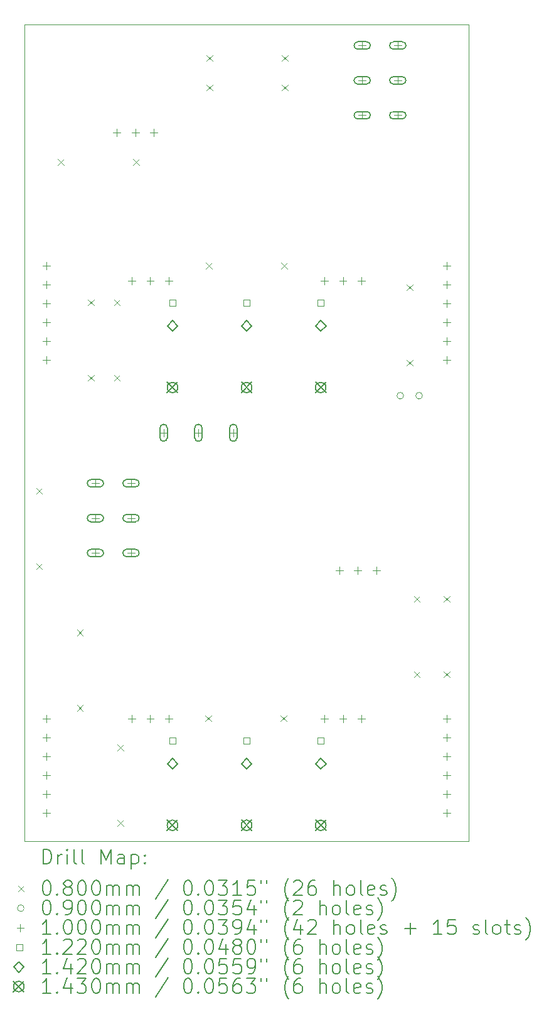
<source format=gbr>
%FSLAX45Y45*%
G04 Gerber Fmt 4.5, Leading zero omitted, Abs format (unit mm)*
G04 Created by KiCad (PCBNEW (6.0.6)) date 2022-11-24 12:50:21*
%MOMM*%
%LPD*%
G01*
G04 APERTURE LIST*
%TA.AperFunction,Profile*%
%ADD10C,0.050000*%
%TD*%
%ADD11C,0.200000*%
%ADD12C,0.080000*%
%ADD13C,0.090000*%
%ADD14C,0.100000*%
%ADD15C,0.122000*%
%ADD16C,0.142000*%
%ADD17C,0.143000*%
G04 APERTURE END LIST*
D10*
X9500000Y-3650000D02*
X15500000Y-3650000D01*
X15500000Y-3650000D02*
X15500000Y-14650000D01*
X9500000Y-3650000D02*
X9500000Y-14650000D01*
X9500000Y-14650000D02*
X15500000Y-14650000D01*
D11*
D12*
X9660000Y-9894000D02*
X9740000Y-9974000D01*
X9740000Y-9894000D02*
X9660000Y-9974000D01*
X9660000Y-10910000D02*
X9740000Y-10990000D01*
X9740000Y-10910000D02*
X9660000Y-10990000D01*
X9952000Y-5460000D02*
X10032000Y-5540000D01*
X10032000Y-5460000D02*
X9952000Y-5540000D01*
X10210000Y-11802000D02*
X10290000Y-11882000D01*
X10290000Y-11802000D02*
X10210000Y-11882000D01*
X10210000Y-12818000D02*
X10290000Y-12898000D01*
X10290000Y-12818000D02*
X10210000Y-12898000D01*
X10360000Y-7352000D02*
X10440000Y-7432000D01*
X10440000Y-7352000D02*
X10360000Y-7432000D01*
X10360000Y-8368000D02*
X10440000Y-8448000D01*
X10440000Y-8368000D02*
X10360000Y-8448000D01*
X10710000Y-7352000D02*
X10790000Y-7432000D01*
X10790000Y-7352000D02*
X10710000Y-7432000D01*
X10710000Y-8368000D02*
X10790000Y-8448000D01*
X10790000Y-8368000D02*
X10710000Y-8448000D01*
X10760000Y-13352000D02*
X10840000Y-13432000D01*
X10840000Y-13352000D02*
X10760000Y-13432000D01*
X10760000Y-14368000D02*
X10840000Y-14448000D01*
X10840000Y-14368000D02*
X10760000Y-14448000D01*
X10968000Y-5460000D02*
X11048000Y-5540000D01*
X11048000Y-5460000D02*
X10968000Y-5540000D01*
X11944000Y-12960000D02*
X12024000Y-13040000D01*
X12024000Y-12960000D02*
X11944000Y-13040000D01*
X11952000Y-6860000D02*
X12032000Y-6940000D01*
X12032000Y-6860000D02*
X11952000Y-6940000D01*
X11960000Y-4060000D02*
X12040000Y-4140000D01*
X12040000Y-4060000D02*
X11960000Y-4140000D01*
X11960000Y-4460000D02*
X12040000Y-4540000D01*
X12040000Y-4460000D02*
X11960000Y-4540000D01*
X12960000Y-12960000D02*
X13040000Y-13040000D01*
X13040000Y-12960000D02*
X12960000Y-13040000D01*
X12968000Y-6860000D02*
X13048000Y-6940000D01*
X13048000Y-6860000D02*
X12968000Y-6940000D01*
X12976000Y-4060000D02*
X13056000Y-4140000D01*
X13056000Y-4060000D02*
X12976000Y-4140000D01*
X12976000Y-4460000D02*
X13056000Y-4540000D01*
X13056000Y-4460000D02*
X12976000Y-4540000D01*
X14660000Y-7152000D02*
X14740000Y-7232000D01*
X14740000Y-7152000D02*
X14660000Y-7232000D01*
X14660000Y-8168000D02*
X14740000Y-8248000D01*
X14740000Y-8168000D02*
X14660000Y-8248000D01*
X14760000Y-11352000D02*
X14840000Y-11432000D01*
X14840000Y-11352000D02*
X14760000Y-11432000D01*
X14760000Y-12368000D02*
X14840000Y-12448000D01*
X14840000Y-12368000D02*
X14760000Y-12448000D01*
X15160000Y-11352000D02*
X15240000Y-11432000D01*
X15240000Y-11352000D02*
X15160000Y-11432000D01*
X15160000Y-12368000D02*
X15240000Y-12448000D01*
X15240000Y-12368000D02*
X15160000Y-12448000D01*
D13*
X14618500Y-8650000D02*
G75*
G03*
X14618500Y-8650000I-45000J0D01*
G01*
X14872500Y-8650000D02*
G75*
G03*
X14872500Y-8650000I-45000J0D01*
G01*
D14*
X9800000Y-6850000D02*
X9800000Y-6950000D01*
X9750000Y-6900000D02*
X9850000Y-6900000D01*
X9800000Y-7104000D02*
X9800000Y-7204000D01*
X9750000Y-7154000D02*
X9850000Y-7154000D01*
X9800000Y-7358000D02*
X9800000Y-7458000D01*
X9750000Y-7408000D02*
X9850000Y-7408000D01*
X9800000Y-7612000D02*
X9800000Y-7712000D01*
X9750000Y-7662000D02*
X9850000Y-7662000D01*
X9800000Y-7866000D02*
X9800000Y-7966000D01*
X9750000Y-7916000D02*
X9850000Y-7916000D01*
X9800000Y-8120000D02*
X9800000Y-8220000D01*
X9750000Y-8170000D02*
X9850000Y-8170000D01*
X9800000Y-12950000D02*
X9800000Y-13050000D01*
X9750000Y-13000000D02*
X9850000Y-13000000D01*
X9800000Y-13204000D02*
X9800000Y-13304000D01*
X9750000Y-13254000D02*
X9850000Y-13254000D01*
X9800000Y-13458000D02*
X9800000Y-13558000D01*
X9750000Y-13508000D02*
X9850000Y-13508000D01*
X9800000Y-13712000D02*
X9800000Y-13812000D01*
X9750000Y-13762000D02*
X9850000Y-13762000D01*
X9800000Y-13966000D02*
X9800000Y-14066000D01*
X9750000Y-14016000D02*
X9850000Y-14016000D01*
X9800000Y-14220000D02*
X9800000Y-14320000D01*
X9750000Y-14270000D02*
X9850000Y-14270000D01*
X10460000Y-9780000D02*
X10460000Y-9880000D01*
X10410000Y-9830000D02*
X10510000Y-9830000D01*
D11*
X10520000Y-9780000D02*
X10400000Y-9780000D01*
X10520000Y-9880000D02*
X10400000Y-9880000D01*
X10400000Y-9780000D02*
G75*
G03*
X10400000Y-9880000I0J-50000D01*
G01*
X10520000Y-9880000D02*
G75*
G03*
X10520000Y-9780000I0J50000D01*
G01*
D14*
X10460000Y-10250000D02*
X10460000Y-10350000D01*
X10410000Y-10300000D02*
X10510000Y-10300000D01*
D11*
X10520000Y-10250000D02*
X10400000Y-10250000D01*
X10520000Y-10350000D02*
X10400000Y-10350000D01*
X10400000Y-10250000D02*
G75*
G03*
X10400000Y-10350000I0J-50000D01*
G01*
X10520000Y-10350000D02*
G75*
G03*
X10520000Y-10250000I0J50000D01*
G01*
D14*
X10460000Y-10720000D02*
X10460000Y-10820000D01*
X10410000Y-10770000D02*
X10510000Y-10770000D01*
D11*
X10520000Y-10720000D02*
X10400000Y-10720000D01*
X10520000Y-10820000D02*
X10400000Y-10820000D01*
X10400000Y-10720000D02*
G75*
G03*
X10400000Y-10820000I0J-50000D01*
G01*
X10520000Y-10820000D02*
G75*
G03*
X10520000Y-10720000I0J50000D01*
G01*
D14*
X10750000Y-5055000D02*
X10750000Y-5155000D01*
X10700000Y-5105000D02*
X10800000Y-5105000D01*
X10940000Y-9780000D02*
X10940000Y-9880000D01*
X10890000Y-9830000D02*
X10990000Y-9830000D01*
D11*
X11000000Y-9780000D02*
X10880000Y-9780000D01*
X11000000Y-9880000D02*
X10880000Y-9880000D01*
X10880000Y-9780000D02*
G75*
G03*
X10880000Y-9880000I0J-50000D01*
G01*
X11000000Y-9880000D02*
G75*
G03*
X11000000Y-9780000I0J50000D01*
G01*
D14*
X10940000Y-10250000D02*
X10940000Y-10350000D01*
X10890000Y-10300000D02*
X10990000Y-10300000D01*
D11*
X11000000Y-10250000D02*
X10880000Y-10250000D01*
X11000000Y-10350000D02*
X10880000Y-10350000D01*
X10880000Y-10250000D02*
G75*
G03*
X10880000Y-10350000I0J-50000D01*
G01*
X11000000Y-10350000D02*
G75*
G03*
X11000000Y-10250000I0J50000D01*
G01*
D14*
X10940000Y-10720000D02*
X10940000Y-10820000D01*
X10890000Y-10770000D02*
X10990000Y-10770000D01*
D11*
X11000000Y-10720000D02*
X10880000Y-10720000D01*
X11000000Y-10820000D02*
X10880000Y-10820000D01*
X10880000Y-10720000D02*
G75*
G03*
X10880000Y-10820000I0J-50000D01*
G01*
X11000000Y-10820000D02*
G75*
G03*
X11000000Y-10720000I0J50000D01*
G01*
D14*
X10950000Y-7055000D02*
X10950000Y-7155000D01*
X10900000Y-7105000D02*
X11000000Y-7105000D01*
X10950000Y-12955000D02*
X10950000Y-13055000D01*
X10900000Y-13005000D02*
X11000000Y-13005000D01*
X11000000Y-5055000D02*
X11000000Y-5155000D01*
X10950000Y-5105000D02*
X11050000Y-5105000D01*
X11200000Y-7055000D02*
X11200000Y-7155000D01*
X11150000Y-7105000D02*
X11250000Y-7105000D01*
X11200000Y-12955000D02*
X11200000Y-13055000D01*
X11150000Y-13005000D02*
X11250000Y-13005000D01*
X11250000Y-5055000D02*
X11250000Y-5155000D01*
X11200000Y-5105000D02*
X11300000Y-5105000D01*
X11380000Y-9100000D02*
X11380000Y-9200000D01*
X11330000Y-9150000D02*
X11430000Y-9150000D01*
D11*
X11330000Y-9085000D02*
X11330000Y-9215000D01*
X11430000Y-9085000D02*
X11430000Y-9215000D01*
X11330000Y-9215000D02*
G75*
G03*
X11430000Y-9215000I50000J0D01*
G01*
X11430000Y-9085000D02*
G75*
G03*
X11330000Y-9085000I-50000J0D01*
G01*
D14*
X11450000Y-7055000D02*
X11450000Y-7155000D01*
X11400000Y-7105000D02*
X11500000Y-7105000D01*
X11450000Y-12955000D02*
X11450000Y-13055000D01*
X11400000Y-13005000D02*
X11500000Y-13005000D01*
X11850000Y-9100000D02*
X11850000Y-9200000D01*
X11800000Y-9150000D02*
X11900000Y-9150000D01*
D11*
X11800000Y-9085000D02*
X11800000Y-9215000D01*
X11900000Y-9085000D02*
X11900000Y-9215000D01*
X11800000Y-9215000D02*
G75*
G03*
X11900000Y-9215000I50000J0D01*
G01*
X11900000Y-9085000D02*
G75*
G03*
X11800000Y-9085000I-50000J0D01*
G01*
D14*
X12320000Y-9100000D02*
X12320000Y-9200000D01*
X12270000Y-9150000D02*
X12370000Y-9150000D01*
D11*
X12270000Y-9085000D02*
X12270000Y-9215000D01*
X12370000Y-9085000D02*
X12370000Y-9215000D01*
X12270000Y-9215000D02*
G75*
G03*
X12370000Y-9215000I50000J0D01*
G01*
X12370000Y-9085000D02*
G75*
G03*
X12270000Y-9085000I-50000J0D01*
G01*
D14*
X13550000Y-7055000D02*
X13550000Y-7155000D01*
X13500000Y-7105000D02*
X13600000Y-7105000D01*
X13550000Y-12955000D02*
X13550000Y-13055000D01*
X13500000Y-13005000D02*
X13600000Y-13005000D01*
X13750000Y-10955000D02*
X13750000Y-11055000D01*
X13700000Y-11005000D02*
X13800000Y-11005000D01*
X13800000Y-7055000D02*
X13800000Y-7155000D01*
X13750000Y-7105000D02*
X13850000Y-7105000D01*
X13800000Y-12955000D02*
X13800000Y-13055000D01*
X13750000Y-13005000D02*
X13850000Y-13005000D01*
X14000000Y-10955000D02*
X14000000Y-11055000D01*
X13950000Y-11005000D02*
X14050000Y-11005000D01*
X14050000Y-7055000D02*
X14050000Y-7155000D01*
X14000000Y-7105000D02*
X14100000Y-7105000D01*
X14050000Y-12955000D02*
X14050000Y-13055000D01*
X14000000Y-13005000D02*
X14100000Y-13005000D01*
X14060000Y-3880000D02*
X14060000Y-3980000D01*
X14010000Y-3930000D02*
X14110000Y-3930000D01*
D11*
X14120000Y-3880000D02*
X14000000Y-3880000D01*
X14120000Y-3980000D02*
X14000000Y-3980000D01*
X14000000Y-3880000D02*
G75*
G03*
X14000000Y-3980000I0J-50000D01*
G01*
X14120000Y-3980000D02*
G75*
G03*
X14120000Y-3880000I0J50000D01*
G01*
D14*
X14060000Y-4350000D02*
X14060000Y-4450000D01*
X14010000Y-4400000D02*
X14110000Y-4400000D01*
D11*
X14120000Y-4350000D02*
X14000000Y-4350000D01*
X14120000Y-4450000D02*
X14000000Y-4450000D01*
X14000000Y-4350000D02*
G75*
G03*
X14000000Y-4450000I0J-50000D01*
G01*
X14120000Y-4450000D02*
G75*
G03*
X14120000Y-4350000I0J50000D01*
G01*
D14*
X14060000Y-4820000D02*
X14060000Y-4920000D01*
X14010000Y-4870000D02*
X14110000Y-4870000D01*
D11*
X14120000Y-4820000D02*
X14000000Y-4820000D01*
X14120000Y-4920000D02*
X14000000Y-4920000D01*
X14000000Y-4820000D02*
G75*
G03*
X14000000Y-4920000I0J-50000D01*
G01*
X14120000Y-4920000D02*
G75*
G03*
X14120000Y-4820000I0J50000D01*
G01*
D14*
X14250000Y-10955000D02*
X14250000Y-11055000D01*
X14200000Y-11005000D02*
X14300000Y-11005000D01*
X14540000Y-3880000D02*
X14540000Y-3980000D01*
X14490000Y-3930000D02*
X14590000Y-3930000D01*
D11*
X14600000Y-3880000D02*
X14480000Y-3880000D01*
X14600000Y-3980000D02*
X14480000Y-3980000D01*
X14480000Y-3880000D02*
G75*
G03*
X14480000Y-3980000I0J-50000D01*
G01*
X14600000Y-3980000D02*
G75*
G03*
X14600000Y-3880000I0J50000D01*
G01*
D14*
X14540000Y-4350000D02*
X14540000Y-4450000D01*
X14490000Y-4400000D02*
X14590000Y-4400000D01*
D11*
X14600000Y-4350000D02*
X14480000Y-4350000D01*
X14600000Y-4450000D02*
X14480000Y-4450000D01*
X14480000Y-4350000D02*
G75*
G03*
X14480000Y-4450000I0J-50000D01*
G01*
X14600000Y-4450000D02*
G75*
G03*
X14600000Y-4350000I0J50000D01*
G01*
D14*
X14540000Y-4820000D02*
X14540000Y-4920000D01*
X14490000Y-4870000D02*
X14590000Y-4870000D01*
D11*
X14600000Y-4820000D02*
X14480000Y-4820000D01*
X14600000Y-4920000D02*
X14480000Y-4920000D01*
X14480000Y-4820000D02*
G75*
G03*
X14480000Y-4920000I0J-50000D01*
G01*
X14600000Y-4920000D02*
G75*
G03*
X14600000Y-4820000I0J50000D01*
G01*
D14*
X15200000Y-6850000D02*
X15200000Y-6950000D01*
X15150000Y-6900000D02*
X15250000Y-6900000D01*
X15200000Y-7104000D02*
X15200000Y-7204000D01*
X15150000Y-7154000D02*
X15250000Y-7154000D01*
X15200000Y-7358000D02*
X15200000Y-7458000D01*
X15150000Y-7408000D02*
X15250000Y-7408000D01*
X15200000Y-7612000D02*
X15200000Y-7712000D01*
X15150000Y-7662000D02*
X15250000Y-7662000D01*
X15200000Y-7866000D02*
X15200000Y-7966000D01*
X15150000Y-7916000D02*
X15250000Y-7916000D01*
X15200000Y-8120000D02*
X15200000Y-8220000D01*
X15150000Y-8170000D02*
X15250000Y-8170000D01*
X15200000Y-12950000D02*
X15200000Y-13050000D01*
X15150000Y-13000000D02*
X15250000Y-13000000D01*
X15200000Y-13204000D02*
X15200000Y-13304000D01*
X15150000Y-13254000D02*
X15250000Y-13254000D01*
X15200000Y-13458000D02*
X15200000Y-13558000D01*
X15150000Y-13508000D02*
X15250000Y-13508000D01*
X15200000Y-13712000D02*
X15200000Y-13812000D01*
X15150000Y-13762000D02*
X15250000Y-13762000D01*
X15200000Y-13966000D02*
X15200000Y-14066000D01*
X15150000Y-14016000D02*
X15250000Y-14016000D01*
X15200000Y-14220000D02*
X15200000Y-14320000D01*
X15150000Y-14270000D02*
X15250000Y-14270000D01*
D15*
X11543134Y-7443134D02*
X11543134Y-7356866D01*
X11456866Y-7356866D01*
X11456866Y-7443134D01*
X11543134Y-7443134D01*
X11543134Y-13343134D02*
X11543134Y-13256866D01*
X11456866Y-13256866D01*
X11456866Y-13343134D01*
X11543134Y-13343134D01*
X12543134Y-7443134D02*
X12543134Y-7356866D01*
X12456866Y-7356866D01*
X12456866Y-7443134D01*
X12543134Y-7443134D01*
X12543134Y-13343134D02*
X12543134Y-13256866D01*
X12456866Y-13256866D01*
X12456866Y-13343134D01*
X12543134Y-13343134D01*
X13543134Y-7443134D02*
X13543134Y-7356866D01*
X13456866Y-7356866D01*
X13456866Y-7443134D01*
X13543134Y-7443134D01*
X13543134Y-13343134D02*
X13543134Y-13256866D01*
X13456866Y-13256866D01*
X13456866Y-13343134D01*
X13543134Y-13343134D01*
D16*
X11500000Y-7781000D02*
X11571000Y-7710000D01*
X11500000Y-7639000D01*
X11429000Y-7710000D01*
X11500000Y-7781000D01*
X11500000Y-13681000D02*
X11571000Y-13610000D01*
X11500000Y-13539000D01*
X11429000Y-13610000D01*
X11500000Y-13681000D01*
X12500000Y-7781000D02*
X12571000Y-7710000D01*
X12500000Y-7639000D01*
X12429000Y-7710000D01*
X12500000Y-7781000D01*
X12500000Y-13681000D02*
X12571000Y-13610000D01*
X12500000Y-13539000D01*
X12429000Y-13610000D01*
X12500000Y-13681000D01*
X13500000Y-7781000D02*
X13571000Y-7710000D01*
X13500000Y-7639000D01*
X13429000Y-7710000D01*
X13500000Y-7781000D01*
X13500000Y-13681000D02*
X13571000Y-13610000D01*
X13500000Y-13539000D01*
X13429000Y-13610000D01*
X13500000Y-13681000D01*
D17*
X11428500Y-8468500D02*
X11571500Y-8611500D01*
X11571500Y-8468500D02*
X11428500Y-8611500D01*
X11571500Y-8540000D02*
G75*
G03*
X11571500Y-8540000I-71500J0D01*
G01*
X11428500Y-14368500D02*
X11571500Y-14511500D01*
X11571500Y-14368500D02*
X11428500Y-14511500D01*
X11571500Y-14440000D02*
G75*
G03*
X11571500Y-14440000I-71500J0D01*
G01*
X12428500Y-8468500D02*
X12571500Y-8611500D01*
X12571500Y-8468500D02*
X12428500Y-8611500D01*
X12571500Y-8540000D02*
G75*
G03*
X12571500Y-8540000I-71500J0D01*
G01*
X12428500Y-14368500D02*
X12571500Y-14511500D01*
X12571500Y-14368500D02*
X12428500Y-14511500D01*
X12571500Y-14440000D02*
G75*
G03*
X12571500Y-14440000I-71500J0D01*
G01*
X13428500Y-8468500D02*
X13571500Y-8611500D01*
X13571500Y-8468500D02*
X13428500Y-8611500D01*
X13571500Y-8540000D02*
G75*
G03*
X13571500Y-8540000I-71500J0D01*
G01*
X13428500Y-14368500D02*
X13571500Y-14511500D01*
X13571500Y-14368500D02*
X13428500Y-14511500D01*
X13571500Y-14440000D02*
G75*
G03*
X13571500Y-14440000I-71500J0D01*
G01*
D11*
X9755119Y-14962976D02*
X9755119Y-14762976D01*
X9802738Y-14762976D01*
X9831310Y-14772500D01*
X9850357Y-14791548D01*
X9859881Y-14810595D01*
X9869405Y-14848690D01*
X9869405Y-14877262D01*
X9859881Y-14915357D01*
X9850357Y-14934405D01*
X9831310Y-14953452D01*
X9802738Y-14962976D01*
X9755119Y-14962976D01*
X9955119Y-14962976D02*
X9955119Y-14829643D01*
X9955119Y-14867738D02*
X9964643Y-14848690D01*
X9974167Y-14839167D01*
X9993214Y-14829643D01*
X10012262Y-14829643D01*
X10078929Y-14962976D02*
X10078929Y-14829643D01*
X10078929Y-14762976D02*
X10069405Y-14772500D01*
X10078929Y-14782024D01*
X10088452Y-14772500D01*
X10078929Y-14762976D01*
X10078929Y-14782024D01*
X10202738Y-14962976D02*
X10183690Y-14953452D01*
X10174167Y-14934405D01*
X10174167Y-14762976D01*
X10307500Y-14962976D02*
X10288452Y-14953452D01*
X10278929Y-14934405D01*
X10278929Y-14762976D01*
X10536071Y-14962976D02*
X10536071Y-14762976D01*
X10602738Y-14905833D01*
X10669405Y-14762976D01*
X10669405Y-14962976D01*
X10850357Y-14962976D02*
X10850357Y-14858214D01*
X10840833Y-14839167D01*
X10821786Y-14829643D01*
X10783690Y-14829643D01*
X10764643Y-14839167D01*
X10850357Y-14953452D02*
X10831310Y-14962976D01*
X10783690Y-14962976D01*
X10764643Y-14953452D01*
X10755119Y-14934405D01*
X10755119Y-14915357D01*
X10764643Y-14896309D01*
X10783690Y-14886786D01*
X10831310Y-14886786D01*
X10850357Y-14877262D01*
X10945595Y-14829643D02*
X10945595Y-15029643D01*
X10945595Y-14839167D02*
X10964643Y-14829643D01*
X11002738Y-14829643D01*
X11021786Y-14839167D01*
X11031310Y-14848690D01*
X11040833Y-14867738D01*
X11040833Y-14924881D01*
X11031310Y-14943928D01*
X11021786Y-14953452D01*
X11002738Y-14962976D01*
X10964643Y-14962976D01*
X10945595Y-14953452D01*
X11126548Y-14943928D02*
X11136071Y-14953452D01*
X11126548Y-14962976D01*
X11117024Y-14953452D01*
X11126548Y-14943928D01*
X11126548Y-14962976D01*
X11126548Y-14839167D02*
X11136071Y-14848690D01*
X11126548Y-14858214D01*
X11117024Y-14848690D01*
X11126548Y-14839167D01*
X11126548Y-14858214D01*
D12*
X9417500Y-15252500D02*
X9497500Y-15332500D01*
X9497500Y-15252500D02*
X9417500Y-15332500D01*
D11*
X9793214Y-15182976D02*
X9812262Y-15182976D01*
X9831310Y-15192500D01*
X9840833Y-15202024D01*
X9850357Y-15221071D01*
X9859881Y-15259167D01*
X9859881Y-15306786D01*
X9850357Y-15344881D01*
X9840833Y-15363928D01*
X9831310Y-15373452D01*
X9812262Y-15382976D01*
X9793214Y-15382976D01*
X9774167Y-15373452D01*
X9764643Y-15363928D01*
X9755119Y-15344881D01*
X9745595Y-15306786D01*
X9745595Y-15259167D01*
X9755119Y-15221071D01*
X9764643Y-15202024D01*
X9774167Y-15192500D01*
X9793214Y-15182976D01*
X9945595Y-15363928D02*
X9955119Y-15373452D01*
X9945595Y-15382976D01*
X9936071Y-15373452D01*
X9945595Y-15363928D01*
X9945595Y-15382976D01*
X10069405Y-15268690D02*
X10050357Y-15259167D01*
X10040833Y-15249643D01*
X10031310Y-15230595D01*
X10031310Y-15221071D01*
X10040833Y-15202024D01*
X10050357Y-15192500D01*
X10069405Y-15182976D01*
X10107500Y-15182976D01*
X10126548Y-15192500D01*
X10136071Y-15202024D01*
X10145595Y-15221071D01*
X10145595Y-15230595D01*
X10136071Y-15249643D01*
X10126548Y-15259167D01*
X10107500Y-15268690D01*
X10069405Y-15268690D01*
X10050357Y-15278214D01*
X10040833Y-15287738D01*
X10031310Y-15306786D01*
X10031310Y-15344881D01*
X10040833Y-15363928D01*
X10050357Y-15373452D01*
X10069405Y-15382976D01*
X10107500Y-15382976D01*
X10126548Y-15373452D01*
X10136071Y-15363928D01*
X10145595Y-15344881D01*
X10145595Y-15306786D01*
X10136071Y-15287738D01*
X10126548Y-15278214D01*
X10107500Y-15268690D01*
X10269405Y-15182976D02*
X10288452Y-15182976D01*
X10307500Y-15192500D01*
X10317024Y-15202024D01*
X10326548Y-15221071D01*
X10336071Y-15259167D01*
X10336071Y-15306786D01*
X10326548Y-15344881D01*
X10317024Y-15363928D01*
X10307500Y-15373452D01*
X10288452Y-15382976D01*
X10269405Y-15382976D01*
X10250357Y-15373452D01*
X10240833Y-15363928D01*
X10231310Y-15344881D01*
X10221786Y-15306786D01*
X10221786Y-15259167D01*
X10231310Y-15221071D01*
X10240833Y-15202024D01*
X10250357Y-15192500D01*
X10269405Y-15182976D01*
X10459881Y-15182976D02*
X10478929Y-15182976D01*
X10497976Y-15192500D01*
X10507500Y-15202024D01*
X10517024Y-15221071D01*
X10526548Y-15259167D01*
X10526548Y-15306786D01*
X10517024Y-15344881D01*
X10507500Y-15363928D01*
X10497976Y-15373452D01*
X10478929Y-15382976D01*
X10459881Y-15382976D01*
X10440833Y-15373452D01*
X10431310Y-15363928D01*
X10421786Y-15344881D01*
X10412262Y-15306786D01*
X10412262Y-15259167D01*
X10421786Y-15221071D01*
X10431310Y-15202024D01*
X10440833Y-15192500D01*
X10459881Y-15182976D01*
X10612262Y-15382976D02*
X10612262Y-15249643D01*
X10612262Y-15268690D02*
X10621786Y-15259167D01*
X10640833Y-15249643D01*
X10669405Y-15249643D01*
X10688452Y-15259167D01*
X10697976Y-15278214D01*
X10697976Y-15382976D01*
X10697976Y-15278214D02*
X10707500Y-15259167D01*
X10726548Y-15249643D01*
X10755119Y-15249643D01*
X10774167Y-15259167D01*
X10783690Y-15278214D01*
X10783690Y-15382976D01*
X10878929Y-15382976D02*
X10878929Y-15249643D01*
X10878929Y-15268690D02*
X10888452Y-15259167D01*
X10907500Y-15249643D01*
X10936071Y-15249643D01*
X10955119Y-15259167D01*
X10964643Y-15278214D01*
X10964643Y-15382976D01*
X10964643Y-15278214D02*
X10974167Y-15259167D01*
X10993214Y-15249643D01*
X11021786Y-15249643D01*
X11040833Y-15259167D01*
X11050357Y-15278214D01*
X11050357Y-15382976D01*
X11440833Y-15173452D02*
X11269405Y-15430595D01*
X11697976Y-15182976D02*
X11717024Y-15182976D01*
X11736071Y-15192500D01*
X11745595Y-15202024D01*
X11755119Y-15221071D01*
X11764643Y-15259167D01*
X11764643Y-15306786D01*
X11755119Y-15344881D01*
X11745595Y-15363928D01*
X11736071Y-15373452D01*
X11717024Y-15382976D01*
X11697976Y-15382976D01*
X11678928Y-15373452D01*
X11669405Y-15363928D01*
X11659881Y-15344881D01*
X11650357Y-15306786D01*
X11650357Y-15259167D01*
X11659881Y-15221071D01*
X11669405Y-15202024D01*
X11678928Y-15192500D01*
X11697976Y-15182976D01*
X11850357Y-15363928D02*
X11859881Y-15373452D01*
X11850357Y-15382976D01*
X11840833Y-15373452D01*
X11850357Y-15363928D01*
X11850357Y-15382976D01*
X11983690Y-15182976D02*
X12002738Y-15182976D01*
X12021786Y-15192500D01*
X12031309Y-15202024D01*
X12040833Y-15221071D01*
X12050357Y-15259167D01*
X12050357Y-15306786D01*
X12040833Y-15344881D01*
X12031309Y-15363928D01*
X12021786Y-15373452D01*
X12002738Y-15382976D01*
X11983690Y-15382976D01*
X11964643Y-15373452D01*
X11955119Y-15363928D01*
X11945595Y-15344881D01*
X11936071Y-15306786D01*
X11936071Y-15259167D01*
X11945595Y-15221071D01*
X11955119Y-15202024D01*
X11964643Y-15192500D01*
X11983690Y-15182976D01*
X12117024Y-15182976D02*
X12240833Y-15182976D01*
X12174167Y-15259167D01*
X12202738Y-15259167D01*
X12221786Y-15268690D01*
X12231309Y-15278214D01*
X12240833Y-15297262D01*
X12240833Y-15344881D01*
X12231309Y-15363928D01*
X12221786Y-15373452D01*
X12202738Y-15382976D01*
X12145595Y-15382976D01*
X12126548Y-15373452D01*
X12117024Y-15363928D01*
X12431309Y-15382976D02*
X12317024Y-15382976D01*
X12374167Y-15382976D02*
X12374167Y-15182976D01*
X12355119Y-15211548D01*
X12336071Y-15230595D01*
X12317024Y-15240119D01*
X12612262Y-15182976D02*
X12517024Y-15182976D01*
X12507500Y-15278214D01*
X12517024Y-15268690D01*
X12536071Y-15259167D01*
X12583690Y-15259167D01*
X12602738Y-15268690D01*
X12612262Y-15278214D01*
X12621786Y-15297262D01*
X12621786Y-15344881D01*
X12612262Y-15363928D01*
X12602738Y-15373452D01*
X12583690Y-15382976D01*
X12536071Y-15382976D01*
X12517024Y-15373452D01*
X12507500Y-15363928D01*
X12697976Y-15182976D02*
X12697976Y-15221071D01*
X12774167Y-15182976D02*
X12774167Y-15221071D01*
X13069405Y-15459167D02*
X13059881Y-15449643D01*
X13040833Y-15421071D01*
X13031309Y-15402024D01*
X13021786Y-15373452D01*
X13012262Y-15325833D01*
X13012262Y-15287738D01*
X13021786Y-15240119D01*
X13031309Y-15211548D01*
X13040833Y-15192500D01*
X13059881Y-15163928D01*
X13069405Y-15154405D01*
X13136071Y-15202024D02*
X13145595Y-15192500D01*
X13164643Y-15182976D01*
X13212262Y-15182976D01*
X13231309Y-15192500D01*
X13240833Y-15202024D01*
X13250357Y-15221071D01*
X13250357Y-15240119D01*
X13240833Y-15268690D01*
X13126548Y-15382976D01*
X13250357Y-15382976D01*
X13421786Y-15182976D02*
X13383690Y-15182976D01*
X13364643Y-15192500D01*
X13355119Y-15202024D01*
X13336071Y-15230595D01*
X13326548Y-15268690D01*
X13326548Y-15344881D01*
X13336071Y-15363928D01*
X13345595Y-15373452D01*
X13364643Y-15382976D01*
X13402738Y-15382976D01*
X13421786Y-15373452D01*
X13431309Y-15363928D01*
X13440833Y-15344881D01*
X13440833Y-15297262D01*
X13431309Y-15278214D01*
X13421786Y-15268690D01*
X13402738Y-15259167D01*
X13364643Y-15259167D01*
X13345595Y-15268690D01*
X13336071Y-15278214D01*
X13326548Y-15297262D01*
X13678928Y-15382976D02*
X13678928Y-15182976D01*
X13764643Y-15382976D02*
X13764643Y-15278214D01*
X13755119Y-15259167D01*
X13736071Y-15249643D01*
X13707500Y-15249643D01*
X13688452Y-15259167D01*
X13678928Y-15268690D01*
X13888452Y-15382976D02*
X13869405Y-15373452D01*
X13859881Y-15363928D01*
X13850357Y-15344881D01*
X13850357Y-15287738D01*
X13859881Y-15268690D01*
X13869405Y-15259167D01*
X13888452Y-15249643D01*
X13917024Y-15249643D01*
X13936071Y-15259167D01*
X13945595Y-15268690D01*
X13955119Y-15287738D01*
X13955119Y-15344881D01*
X13945595Y-15363928D01*
X13936071Y-15373452D01*
X13917024Y-15382976D01*
X13888452Y-15382976D01*
X14069405Y-15382976D02*
X14050357Y-15373452D01*
X14040833Y-15354405D01*
X14040833Y-15182976D01*
X14221786Y-15373452D02*
X14202738Y-15382976D01*
X14164643Y-15382976D01*
X14145595Y-15373452D01*
X14136071Y-15354405D01*
X14136071Y-15278214D01*
X14145595Y-15259167D01*
X14164643Y-15249643D01*
X14202738Y-15249643D01*
X14221786Y-15259167D01*
X14231309Y-15278214D01*
X14231309Y-15297262D01*
X14136071Y-15316309D01*
X14307500Y-15373452D02*
X14326548Y-15382976D01*
X14364643Y-15382976D01*
X14383690Y-15373452D01*
X14393214Y-15354405D01*
X14393214Y-15344881D01*
X14383690Y-15325833D01*
X14364643Y-15316309D01*
X14336071Y-15316309D01*
X14317024Y-15306786D01*
X14307500Y-15287738D01*
X14307500Y-15278214D01*
X14317024Y-15259167D01*
X14336071Y-15249643D01*
X14364643Y-15249643D01*
X14383690Y-15259167D01*
X14459881Y-15459167D02*
X14469405Y-15449643D01*
X14488452Y-15421071D01*
X14497976Y-15402024D01*
X14507500Y-15373452D01*
X14517024Y-15325833D01*
X14517024Y-15287738D01*
X14507500Y-15240119D01*
X14497976Y-15211548D01*
X14488452Y-15192500D01*
X14469405Y-15163928D01*
X14459881Y-15154405D01*
D13*
X9497500Y-15556500D02*
G75*
G03*
X9497500Y-15556500I-45000J0D01*
G01*
D11*
X9793214Y-15446976D02*
X9812262Y-15446976D01*
X9831310Y-15456500D01*
X9840833Y-15466024D01*
X9850357Y-15485071D01*
X9859881Y-15523167D01*
X9859881Y-15570786D01*
X9850357Y-15608881D01*
X9840833Y-15627928D01*
X9831310Y-15637452D01*
X9812262Y-15646976D01*
X9793214Y-15646976D01*
X9774167Y-15637452D01*
X9764643Y-15627928D01*
X9755119Y-15608881D01*
X9745595Y-15570786D01*
X9745595Y-15523167D01*
X9755119Y-15485071D01*
X9764643Y-15466024D01*
X9774167Y-15456500D01*
X9793214Y-15446976D01*
X9945595Y-15627928D02*
X9955119Y-15637452D01*
X9945595Y-15646976D01*
X9936071Y-15637452D01*
X9945595Y-15627928D01*
X9945595Y-15646976D01*
X10050357Y-15646976D02*
X10088452Y-15646976D01*
X10107500Y-15637452D01*
X10117024Y-15627928D01*
X10136071Y-15599357D01*
X10145595Y-15561262D01*
X10145595Y-15485071D01*
X10136071Y-15466024D01*
X10126548Y-15456500D01*
X10107500Y-15446976D01*
X10069405Y-15446976D01*
X10050357Y-15456500D01*
X10040833Y-15466024D01*
X10031310Y-15485071D01*
X10031310Y-15532690D01*
X10040833Y-15551738D01*
X10050357Y-15561262D01*
X10069405Y-15570786D01*
X10107500Y-15570786D01*
X10126548Y-15561262D01*
X10136071Y-15551738D01*
X10145595Y-15532690D01*
X10269405Y-15446976D02*
X10288452Y-15446976D01*
X10307500Y-15456500D01*
X10317024Y-15466024D01*
X10326548Y-15485071D01*
X10336071Y-15523167D01*
X10336071Y-15570786D01*
X10326548Y-15608881D01*
X10317024Y-15627928D01*
X10307500Y-15637452D01*
X10288452Y-15646976D01*
X10269405Y-15646976D01*
X10250357Y-15637452D01*
X10240833Y-15627928D01*
X10231310Y-15608881D01*
X10221786Y-15570786D01*
X10221786Y-15523167D01*
X10231310Y-15485071D01*
X10240833Y-15466024D01*
X10250357Y-15456500D01*
X10269405Y-15446976D01*
X10459881Y-15446976D02*
X10478929Y-15446976D01*
X10497976Y-15456500D01*
X10507500Y-15466024D01*
X10517024Y-15485071D01*
X10526548Y-15523167D01*
X10526548Y-15570786D01*
X10517024Y-15608881D01*
X10507500Y-15627928D01*
X10497976Y-15637452D01*
X10478929Y-15646976D01*
X10459881Y-15646976D01*
X10440833Y-15637452D01*
X10431310Y-15627928D01*
X10421786Y-15608881D01*
X10412262Y-15570786D01*
X10412262Y-15523167D01*
X10421786Y-15485071D01*
X10431310Y-15466024D01*
X10440833Y-15456500D01*
X10459881Y-15446976D01*
X10612262Y-15646976D02*
X10612262Y-15513643D01*
X10612262Y-15532690D02*
X10621786Y-15523167D01*
X10640833Y-15513643D01*
X10669405Y-15513643D01*
X10688452Y-15523167D01*
X10697976Y-15542214D01*
X10697976Y-15646976D01*
X10697976Y-15542214D02*
X10707500Y-15523167D01*
X10726548Y-15513643D01*
X10755119Y-15513643D01*
X10774167Y-15523167D01*
X10783690Y-15542214D01*
X10783690Y-15646976D01*
X10878929Y-15646976D02*
X10878929Y-15513643D01*
X10878929Y-15532690D02*
X10888452Y-15523167D01*
X10907500Y-15513643D01*
X10936071Y-15513643D01*
X10955119Y-15523167D01*
X10964643Y-15542214D01*
X10964643Y-15646976D01*
X10964643Y-15542214D02*
X10974167Y-15523167D01*
X10993214Y-15513643D01*
X11021786Y-15513643D01*
X11040833Y-15523167D01*
X11050357Y-15542214D01*
X11050357Y-15646976D01*
X11440833Y-15437452D02*
X11269405Y-15694595D01*
X11697976Y-15446976D02*
X11717024Y-15446976D01*
X11736071Y-15456500D01*
X11745595Y-15466024D01*
X11755119Y-15485071D01*
X11764643Y-15523167D01*
X11764643Y-15570786D01*
X11755119Y-15608881D01*
X11745595Y-15627928D01*
X11736071Y-15637452D01*
X11717024Y-15646976D01*
X11697976Y-15646976D01*
X11678928Y-15637452D01*
X11669405Y-15627928D01*
X11659881Y-15608881D01*
X11650357Y-15570786D01*
X11650357Y-15523167D01*
X11659881Y-15485071D01*
X11669405Y-15466024D01*
X11678928Y-15456500D01*
X11697976Y-15446976D01*
X11850357Y-15627928D02*
X11859881Y-15637452D01*
X11850357Y-15646976D01*
X11840833Y-15637452D01*
X11850357Y-15627928D01*
X11850357Y-15646976D01*
X11983690Y-15446976D02*
X12002738Y-15446976D01*
X12021786Y-15456500D01*
X12031309Y-15466024D01*
X12040833Y-15485071D01*
X12050357Y-15523167D01*
X12050357Y-15570786D01*
X12040833Y-15608881D01*
X12031309Y-15627928D01*
X12021786Y-15637452D01*
X12002738Y-15646976D01*
X11983690Y-15646976D01*
X11964643Y-15637452D01*
X11955119Y-15627928D01*
X11945595Y-15608881D01*
X11936071Y-15570786D01*
X11936071Y-15523167D01*
X11945595Y-15485071D01*
X11955119Y-15466024D01*
X11964643Y-15456500D01*
X11983690Y-15446976D01*
X12117024Y-15446976D02*
X12240833Y-15446976D01*
X12174167Y-15523167D01*
X12202738Y-15523167D01*
X12221786Y-15532690D01*
X12231309Y-15542214D01*
X12240833Y-15561262D01*
X12240833Y-15608881D01*
X12231309Y-15627928D01*
X12221786Y-15637452D01*
X12202738Y-15646976D01*
X12145595Y-15646976D01*
X12126548Y-15637452D01*
X12117024Y-15627928D01*
X12421786Y-15446976D02*
X12326548Y-15446976D01*
X12317024Y-15542214D01*
X12326548Y-15532690D01*
X12345595Y-15523167D01*
X12393214Y-15523167D01*
X12412262Y-15532690D01*
X12421786Y-15542214D01*
X12431309Y-15561262D01*
X12431309Y-15608881D01*
X12421786Y-15627928D01*
X12412262Y-15637452D01*
X12393214Y-15646976D01*
X12345595Y-15646976D01*
X12326548Y-15637452D01*
X12317024Y-15627928D01*
X12602738Y-15513643D02*
X12602738Y-15646976D01*
X12555119Y-15437452D02*
X12507500Y-15580309D01*
X12631309Y-15580309D01*
X12697976Y-15446976D02*
X12697976Y-15485071D01*
X12774167Y-15446976D02*
X12774167Y-15485071D01*
X13069405Y-15723167D02*
X13059881Y-15713643D01*
X13040833Y-15685071D01*
X13031309Y-15666024D01*
X13021786Y-15637452D01*
X13012262Y-15589833D01*
X13012262Y-15551738D01*
X13021786Y-15504119D01*
X13031309Y-15475548D01*
X13040833Y-15456500D01*
X13059881Y-15427928D01*
X13069405Y-15418405D01*
X13136071Y-15466024D02*
X13145595Y-15456500D01*
X13164643Y-15446976D01*
X13212262Y-15446976D01*
X13231309Y-15456500D01*
X13240833Y-15466024D01*
X13250357Y-15485071D01*
X13250357Y-15504119D01*
X13240833Y-15532690D01*
X13126548Y-15646976D01*
X13250357Y-15646976D01*
X13488452Y-15646976D02*
X13488452Y-15446976D01*
X13574167Y-15646976D02*
X13574167Y-15542214D01*
X13564643Y-15523167D01*
X13545595Y-15513643D01*
X13517024Y-15513643D01*
X13497976Y-15523167D01*
X13488452Y-15532690D01*
X13697976Y-15646976D02*
X13678928Y-15637452D01*
X13669405Y-15627928D01*
X13659881Y-15608881D01*
X13659881Y-15551738D01*
X13669405Y-15532690D01*
X13678928Y-15523167D01*
X13697976Y-15513643D01*
X13726548Y-15513643D01*
X13745595Y-15523167D01*
X13755119Y-15532690D01*
X13764643Y-15551738D01*
X13764643Y-15608881D01*
X13755119Y-15627928D01*
X13745595Y-15637452D01*
X13726548Y-15646976D01*
X13697976Y-15646976D01*
X13878928Y-15646976D02*
X13859881Y-15637452D01*
X13850357Y-15618405D01*
X13850357Y-15446976D01*
X14031309Y-15637452D02*
X14012262Y-15646976D01*
X13974167Y-15646976D01*
X13955119Y-15637452D01*
X13945595Y-15618405D01*
X13945595Y-15542214D01*
X13955119Y-15523167D01*
X13974167Y-15513643D01*
X14012262Y-15513643D01*
X14031309Y-15523167D01*
X14040833Y-15542214D01*
X14040833Y-15561262D01*
X13945595Y-15580309D01*
X14117024Y-15637452D02*
X14136071Y-15646976D01*
X14174167Y-15646976D01*
X14193214Y-15637452D01*
X14202738Y-15618405D01*
X14202738Y-15608881D01*
X14193214Y-15589833D01*
X14174167Y-15580309D01*
X14145595Y-15580309D01*
X14126548Y-15570786D01*
X14117024Y-15551738D01*
X14117024Y-15542214D01*
X14126548Y-15523167D01*
X14145595Y-15513643D01*
X14174167Y-15513643D01*
X14193214Y-15523167D01*
X14269405Y-15723167D02*
X14278928Y-15713643D01*
X14297976Y-15685071D01*
X14307500Y-15666024D01*
X14317024Y-15637452D01*
X14326548Y-15589833D01*
X14326548Y-15551738D01*
X14317024Y-15504119D01*
X14307500Y-15475548D01*
X14297976Y-15456500D01*
X14278928Y-15427928D01*
X14269405Y-15418405D01*
D14*
X9447500Y-15770500D02*
X9447500Y-15870500D01*
X9397500Y-15820500D02*
X9497500Y-15820500D01*
D11*
X9859881Y-15910976D02*
X9745595Y-15910976D01*
X9802738Y-15910976D02*
X9802738Y-15710976D01*
X9783690Y-15739548D01*
X9764643Y-15758595D01*
X9745595Y-15768119D01*
X9945595Y-15891928D02*
X9955119Y-15901452D01*
X9945595Y-15910976D01*
X9936071Y-15901452D01*
X9945595Y-15891928D01*
X9945595Y-15910976D01*
X10078929Y-15710976D02*
X10097976Y-15710976D01*
X10117024Y-15720500D01*
X10126548Y-15730024D01*
X10136071Y-15749071D01*
X10145595Y-15787167D01*
X10145595Y-15834786D01*
X10136071Y-15872881D01*
X10126548Y-15891928D01*
X10117024Y-15901452D01*
X10097976Y-15910976D01*
X10078929Y-15910976D01*
X10059881Y-15901452D01*
X10050357Y-15891928D01*
X10040833Y-15872881D01*
X10031310Y-15834786D01*
X10031310Y-15787167D01*
X10040833Y-15749071D01*
X10050357Y-15730024D01*
X10059881Y-15720500D01*
X10078929Y-15710976D01*
X10269405Y-15710976D02*
X10288452Y-15710976D01*
X10307500Y-15720500D01*
X10317024Y-15730024D01*
X10326548Y-15749071D01*
X10336071Y-15787167D01*
X10336071Y-15834786D01*
X10326548Y-15872881D01*
X10317024Y-15891928D01*
X10307500Y-15901452D01*
X10288452Y-15910976D01*
X10269405Y-15910976D01*
X10250357Y-15901452D01*
X10240833Y-15891928D01*
X10231310Y-15872881D01*
X10221786Y-15834786D01*
X10221786Y-15787167D01*
X10231310Y-15749071D01*
X10240833Y-15730024D01*
X10250357Y-15720500D01*
X10269405Y-15710976D01*
X10459881Y-15710976D02*
X10478929Y-15710976D01*
X10497976Y-15720500D01*
X10507500Y-15730024D01*
X10517024Y-15749071D01*
X10526548Y-15787167D01*
X10526548Y-15834786D01*
X10517024Y-15872881D01*
X10507500Y-15891928D01*
X10497976Y-15901452D01*
X10478929Y-15910976D01*
X10459881Y-15910976D01*
X10440833Y-15901452D01*
X10431310Y-15891928D01*
X10421786Y-15872881D01*
X10412262Y-15834786D01*
X10412262Y-15787167D01*
X10421786Y-15749071D01*
X10431310Y-15730024D01*
X10440833Y-15720500D01*
X10459881Y-15710976D01*
X10612262Y-15910976D02*
X10612262Y-15777643D01*
X10612262Y-15796690D02*
X10621786Y-15787167D01*
X10640833Y-15777643D01*
X10669405Y-15777643D01*
X10688452Y-15787167D01*
X10697976Y-15806214D01*
X10697976Y-15910976D01*
X10697976Y-15806214D02*
X10707500Y-15787167D01*
X10726548Y-15777643D01*
X10755119Y-15777643D01*
X10774167Y-15787167D01*
X10783690Y-15806214D01*
X10783690Y-15910976D01*
X10878929Y-15910976D02*
X10878929Y-15777643D01*
X10878929Y-15796690D02*
X10888452Y-15787167D01*
X10907500Y-15777643D01*
X10936071Y-15777643D01*
X10955119Y-15787167D01*
X10964643Y-15806214D01*
X10964643Y-15910976D01*
X10964643Y-15806214D02*
X10974167Y-15787167D01*
X10993214Y-15777643D01*
X11021786Y-15777643D01*
X11040833Y-15787167D01*
X11050357Y-15806214D01*
X11050357Y-15910976D01*
X11440833Y-15701452D02*
X11269405Y-15958595D01*
X11697976Y-15710976D02*
X11717024Y-15710976D01*
X11736071Y-15720500D01*
X11745595Y-15730024D01*
X11755119Y-15749071D01*
X11764643Y-15787167D01*
X11764643Y-15834786D01*
X11755119Y-15872881D01*
X11745595Y-15891928D01*
X11736071Y-15901452D01*
X11717024Y-15910976D01*
X11697976Y-15910976D01*
X11678928Y-15901452D01*
X11669405Y-15891928D01*
X11659881Y-15872881D01*
X11650357Y-15834786D01*
X11650357Y-15787167D01*
X11659881Y-15749071D01*
X11669405Y-15730024D01*
X11678928Y-15720500D01*
X11697976Y-15710976D01*
X11850357Y-15891928D02*
X11859881Y-15901452D01*
X11850357Y-15910976D01*
X11840833Y-15901452D01*
X11850357Y-15891928D01*
X11850357Y-15910976D01*
X11983690Y-15710976D02*
X12002738Y-15710976D01*
X12021786Y-15720500D01*
X12031309Y-15730024D01*
X12040833Y-15749071D01*
X12050357Y-15787167D01*
X12050357Y-15834786D01*
X12040833Y-15872881D01*
X12031309Y-15891928D01*
X12021786Y-15901452D01*
X12002738Y-15910976D01*
X11983690Y-15910976D01*
X11964643Y-15901452D01*
X11955119Y-15891928D01*
X11945595Y-15872881D01*
X11936071Y-15834786D01*
X11936071Y-15787167D01*
X11945595Y-15749071D01*
X11955119Y-15730024D01*
X11964643Y-15720500D01*
X11983690Y-15710976D01*
X12117024Y-15710976D02*
X12240833Y-15710976D01*
X12174167Y-15787167D01*
X12202738Y-15787167D01*
X12221786Y-15796690D01*
X12231309Y-15806214D01*
X12240833Y-15825262D01*
X12240833Y-15872881D01*
X12231309Y-15891928D01*
X12221786Y-15901452D01*
X12202738Y-15910976D01*
X12145595Y-15910976D01*
X12126548Y-15901452D01*
X12117024Y-15891928D01*
X12336071Y-15910976D02*
X12374167Y-15910976D01*
X12393214Y-15901452D01*
X12402738Y-15891928D01*
X12421786Y-15863357D01*
X12431309Y-15825262D01*
X12431309Y-15749071D01*
X12421786Y-15730024D01*
X12412262Y-15720500D01*
X12393214Y-15710976D01*
X12355119Y-15710976D01*
X12336071Y-15720500D01*
X12326548Y-15730024D01*
X12317024Y-15749071D01*
X12317024Y-15796690D01*
X12326548Y-15815738D01*
X12336071Y-15825262D01*
X12355119Y-15834786D01*
X12393214Y-15834786D01*
X12412262Y-15825262D01*
X12421786Y-15815738D01*
X12431309Y-15796690D01*
X12602738Y-15777643D02*
X12602738Y-15910976D01*
X12555119Y-15701452D02*
X12507500Y-15844309D01*
X12631309Y-15844309D01*
X12697976Y-15710976D02*
X12697976Y-15749071D01*
X12774167Y-15710976D02*
X12774167Y-15749071D01*
X13069405Y-15987167D02*
X13059881Y-15977643D01*
X13040833Y-15949071D01*
X13031309Y-15930024D01*
X13021786Y-15901452D01*
X13012262Y-15853833D01*
X13012262Y-15815738D01*
X13021786Y-15768119D01*
X13031309Y-15739548D01*
X13040833Y-15720500D01*
X13059881Y-15691928D01*
X13069405Y-15682405D01*
X13231309Y-15777643D02*
X13231309Y-15910976D01*
X13183690Y-15701452D02*
X13136071Y-15844309D01*
X13259881Y-15844309D01*
X13326548Y-15730024D02*
X13336071Y-15720500D01*
X13355119Y-15710976D01*
X13402738Y-15710976D01*
X13421786Y-15720500D01*
X13431309Y-15730024D01*
X13440833Y-15749071D01*
X13440833Y-15768119D01*
X13431309Y-15796690D01*
X13317024Y-15910976D01*
X13440833Y-15910976D01*
X13678928Y-15910976D02*
X13678928Y-15710976D01*
X13764643Y-15910976D02*
X13764643Y-15806214D01*
X13755119Y-15787167D01*
X13736071Y-15777643D01*
X13707500Y-15777643D01*
X13688452Y-15787167D01*
X13678928Y-15796690D01*
X13888452Y-15910976D02*
X13869405Y-15901452D01*
X13859881Y-15891928D01*
X13850357Y-15872881D01*
X13850357Y-15815738D01*
X13859881Y-15796690D01*
X13869405Y-15787167D01*
X13888452Y-15777643D01*
X13917024Y-15777643D01*
X13936071Y-15787167D01*
X13945595Y-15796690D01*
X13955119Y-15815738D01*
X13955119Y-15872881D01*
X13945595Y-15891928D01*
X13936071Y-15901452D01*
X13917024Y-15910976D01*
X13888452Y-15910976D01*
X14069405Y-15910976D02*
X14050357Y-15901452D01*
X14040833Y-15882405D01*
X14040833Y-15710976D01*
X14221786Y-15901452D02*
X14202738Y-15910976D01*
X14164643Y-15910976D01*
X14145595Y-15901452D01*
X14136071Y-15882405D01*
X14136071Y-15806214D01*
X14145595Y-15787167D01*
X14164643Y-15777643D01*
X14202738Y-15777643D01*
X14221786Y-15787167D01*
X14231309Y-15806214D01*
X14231309Y-15825262D01*
X14136071Y-15844309D01*
X14307500Y-15901452D02*
X14326548Y-15910976D01*
X14364643Y-15910976D01*
X14383690Y-15901452D01*
X14393214Y-15882405D01*
X14393214Y-15872881D01*
X14383690Y-15853833D01*
X14364643Y-15844309D01*
X14336071Y-15844309D01*
X14317024Y-15834786D01*
X14307500Y-15815738D01*
X14307500Y-15806214D01*
X14317024Y-15787167D01*
X14336071Y-15777643D01*
X14364643Y-15777643D01*
X14383690Y-15787167D01*
X14631309Y-15834786D02*
X14783690Y-15834786D01*
X14707500Y-15910976D02*
X14707500Y-15758595D01*
X15136071Y-15910976D02*
X15021786Y-15910976D01*
X15078928Y-15910976D02*
X15078928Y-15710976D01*
X15059881Y-15739548D01*
X15040833Y-15758595D01*
X15021786Y-15768119D01*
X15317024Y-15710976D02*
X15221786Y-15710976D01*
X15212262Y-15806214D01*
X15221786Y-15796690D01*
X15240833Y-15787167D01*
X15288452Y-15787167D01*
X15307500Y-15796690D01*
X15317024Y-15806214D01*
X15326548Y-15825262D01*
X15326548Y-15872881D01*
X15317024Y-15891928D01*
X15307500Y-15901452D01*
X15288452Y-15910976D01*
X15240833Y-15910976D01*
X15221786Y-15901452D01*
X15212262Y-15891928D01*
X15555119Y-15901452D02*
X15574167Y-15910976D01*
X15612262Y-15910976D01*
X15631309Y-15901452D01*
X15640833Y-15882405D01*
X15640833Y-15872881D01*
X15631309Y-15853833D01*
X15612262Y-15844309D01*
X15583690Y-15844309D01*
X15564643Y-15834786D01*
X15555119Y-15815738D01*
X15555119Y-15806214D01*
X15564643Y-15787167D01*
X15583690Y-15777643D01*
X15612262Y-15777643D01*
X15631309Y-15787167D01*
X15755119Y-15910976D02*
X15736071Y-15901452D01*
X15726548Y-15882405D01*
X15726548Y-15710976D01*
X15859881Y-15910976D02*
X15840833Y-15901452D01*
X15831309Y-15891928D01*
X15821786Y-15872881D01*
X15821786Y-15815738D01*
X15831309Y-15796690D01*
X15840833Y-15787167D01*
X15859881Y-15777643D01*
X15888452Y-15777643D01*
X15907500Y-15787167D01*
X15917024Y-15796690D01*
X15926548Y-15815738D01*
X15926548Y-15872881D01*
X15917024Y-15891928D01*
X15907500Y-15901452D01*
X15888452Y-15910976D01*
X15859881Y-15910976D01*
X15983690Y-15777643D02*
X16059881Y-15777643D01*
X16012262Y-15710976D02*
X16012262Y-15882405D01*
X16021786Y-15901452D01*
X16040833Y-15910976D01*
X16059881Y-15910976D01*
X16117024Y-15901452D02*
X16136071Y-15910976D01*
X16174167Y-15910976D01*
X16193214Y-15901452D01*
X16202738Y-15882405D01*
X16202738Y-15872881D01*
X16193214Y-15853833D01*
X16174167Y-15844309D01*
X16145595Y-15844309D01*
X16126548Y-15834786D01*
X16117024Y-15815738D01*
X16117024Y-15806214D01*
X16126548Y-15787167D01*
X16145595Y-15777643D01*
X16174167Y-15777643D01*
X16193214Y-15787167D01*
X16269405Y-15987167D02*
X16278928Y-15977643D01*
X16297976Y-15949071D01*
X16307500Y-15930024D01*
X16317024Y-15901452D01*
X16326548Y-15853833D01*
X16326548Y-15815738D01*
X16317024Y-15768119D01*
X16307500Y-15739548D01*
X16297976Y-15720500D01*
X16278928Y-15691928D01*
X16269405Y-15682405D01*
D15*
X9479634Y-16127634D02*
X9479634Y-16041366D01*
X9393366Y-16041366D01*
X9393366Y-16127634D01*
X9479634Y-16127634D01*
D11*
X9859881Y-16174976D02*
X9745595Y-16174976D01*
X9802738Y-16174976D02*
X9802738Y-15974976D01*
X9783690Y-16003548D01*
X9764643Y-16022595D01*
X9745595Y-16032119D01*
X9945595Y-16155928D02*
X9955119Y-16165452D01*
X9945595Y-16174976D01*
X9936071Y-16165452D01*
X9945595Y-16155928D01*
X9945595Y-16174976D01*
X10031310Y-15994024D02*
X10040833Y-15984500D01*
X10059881Y-15974976D01*
X10107500Y-15974976D01*
X10126548Y-15984500D01*
X10136071Y-15994024D01*
X10145595Y-16013071D01*
X10145595Y-16032119D01*
X10136071Y-16060690D01*
X10021786Y-16174976D01*
X10145595Y-16174976D01*
X10221786Y-15994024D02*
X10231310Y-15984500D01*
X10250357Y-15974976D01*
X10297976Y-15974976D01*
X10317024Y-15984500D01*
X10326548Y-15994024D01*
X10336071Y-16013071D01*
X10336071Y-16032119D01*
X10326548Y-16060690D01*
X10212262Y-16174976D01*
X10336071Y-16174976D01*
X10459881Y-15974976D02*
X10478929Y-15974976D01*
X10497976Y-15984500D01*
X10507500Y-15994024D01*
X10517024Y-16013071D01*
X10526548Y-16051167D01*
X10526548Y-16098786D01*
X10517024Y-16136881D01*
X10507500Y-16155928D01*
X10497976Y-16165452D01*
X10478929Y-16174976D01*
X10459881Y-16174976D01*
X10440833Y-16165452D01*
X10431310Y-16155928D01*
X10421786Y-16136881D01*
X10412262Y-16098786D01*
X10412262Y-16051167D01*
X10421786Y-16013071D01*
X10431310Y-15994024D01*
X10440833Y-15984500D01*
X10459881Y-15974976D01*
X10612262Y-16174976D02*
X10612262Y-16041643D01*
X10612262Y-16060690D02*
X10621786Y-16051167D01*
X10640833Y-16041643D01*
X10669405Y-16041643D01*
X10688452Y-16051167D01*
X10697976Y-16070214D01*
X10697976Y-16174976D01*
X10697976Y-16070214D02*
X10707500Y-16051167D01*
X10726548Y-16041643D01*
X10755119Y-16041643D01*
X10774167Y-16051167D01*
X10783690Y-16070214D01*
X10783690Y-16174976D01*
X10878929Y-16174976D02*
X10878929Y-16041643D01*
X10878929Y-16060690D02*
X10888452Y-16051167D01*
X10907500Y-16041643D01*
X10936071Y-16041643D01*
X10955119Y-16051167D01*
X10964643Y-16070214D01*
X10964643Y-16174976D01*
X10964643Y-16070214D02*
X10974167Y-16051167D01*
X10993214Y-16041643D01*
X11021786Y-16041643D01*
X11040833Y-16051167D01*
X11050357Y-16070214D01*
X11050357Y-16174976D01*
X11440833Y-15965452D02*
X11269405Y-16222595D01*
X11697976Y-15974976D02*
X11717024Y-15974976D01*
X11736071Y-15984500D01*
X11745595Y-15994024D01*
X11755119Y-16013071D01*
X11764643Y-16051167D01*
X11764643Y-16098786D01*
X11755119Y-16136881D01*
X11745595Y-16155928D01*
X11736071Y-16165452D01*
X11717024Y-16174976D01*
X11697976Y-16174976D01*
X11678928Y-16165452D01*
X11669405Y-16155928D01*
X11659881Y-16136881D01*
X11650357Y-16098786D01*
X11650357Y-16051167D01*
X11659881Y-16013071D01*
X11669405Y-15994024D01*
X11678928Y-15984500D01*
X11697976Y-15974976D01*
X11850357Y-16155928D02*
X11859881Y-16165452D01*
X11850357Y-16174976D01*
X11840833Y-16165452D01*
X11850357Y-16155928D01*
X11850357Y-16174976D01*
X11983690Y-15974976D02*
X12002738Y-15974976D01*
X12021786Y-15984500D01*
X12031309Y-15994024D01*
X12040833Y-16013071D01*
X12050357Y-16051167D01*
X12050357Y-16098786D01*
X12040833Y-16136881D01*
X12031309Y-16155928D01*
X12021786Y-16165452D01*
X12002738Y-16174976D01*
X11983690Y-16174976D01*
X11964643Y-16165452D01*
X11955119Y-16155928D01*
X11945595Y-16136881D01*
X11936071Y-16098786D01*
X11936071Y-16051167D01*
X11945595Y-16013071D01*
X11955119Y-15994024D01*
X11964643Y-15984500D01*
X11983690Y-15974976D01*
X12221786Y-16041643D02*
X12221786Y-16174976D01*
X12174167Y-15965452D02*
X12126548Y-16108309D01*
X12250357Y-16108309D01*
X12355119Y-16060690D02*
X12336071Y-16051167D01*
X12326548Y-16041643D01*
X12317024Y-16022595D01*
X12317024Y-16013071D01*
X12326548Y-15994024D01*
X12336071Y-15984500D01*
X12355119Y-15974976D01*
X12393214Y-15974976D01*
X12412262Y-15984500D01*
X12421786Y-15994024D01*
X12431309Y-16013071D01*
X12431309Y-16022595D01*
X12421786Y-16041643D01*
X12412262Y-16051167D01*
X12393214Y-16060690D01*
X12355119Y-16060690D01*
X12336071Y-16070214D01*
X12326548Y-16079738D01*
X12317024Y-16098786D01*
X12317024Y-16136881D01*
X12326548Y-16155928D01*
X12336071Y-16165452D01*
X12355119Y-16174976D01*
X12393214Y-16174976D01*
X12412262Y-16165452D01*
X12421786Y-16155928D01*
X12431309Y-16136881D01*
X12431309Y-16098786D01*
X12421786Y-16079738D01*
X12412262Y-16070214D01*
X12393214Y-16060690D01*
X12555119Y-15974976D02*
X12574167Y-15974976D01*
X12593214Y-15984500D01*
X12602738Y-15994024D01*
X12612262Y-16013071D01*
X12621786Y-16051167D01*
X12621786Y-16098786D01*
X12612262Y-16136881D01*
X12602738Y-16155928D01*
X12593214Y-16165452D01*
X12574167Y-16174976D01*
X12555119Y-16174976D01*
X12536071Y-16165452D01*
X12526548Y-16155928D01*
X12517024Y-16136881D01*
X12507500Y-16098786D01*
X12507500Y-16051167D01*
X12517024Y-16013071D01*
X12526548Y-15994024D01*
X12536071Y-15984500D01*
X12555119Y-15974976D01*
X12697976Y-15974976D02*
X12697976Y-16013071D01*
X12774167Y-15974976D02*
X12774167Y-16013071D01*
X13069405Y-16251167D02*
X13059881Y-16241643D01*
X13040833Y-16213071D01*
X13031309Y-16194024D01*
X13021786Y-16165452D01*
X13012262Y-16117833D01*
X13012262Y-16079738D01*
X13021786Y-16032119D01*
X13031309Y-16003548D01*
X13040833Y-15984500D01*
X13059881Y-15955928D01*
X13069405Y-15946405D01*
X13231309Y-15974976D02*
X13193214Y-15974976D01*
X13174167Y-15984500D01*
X13164643Y-15994024D01*
X13145595Y-16022595D01*
X13136071Y-16060690D01*
X13136071Y-16136881D01*
X13145595Y-16155928D01*
X13155119Y-16165452D01*
X13174167Y-16174976D01*
X13212262Y-16174976D01*
X13231309Y-16165452D01*
X13240833Y-16155928D01*
X13250357Y-16136881D01*
X13250357Y-16089262D01*
X13240833Y-16070214D01*
X13231309Y-16060690D01*
X13212262Y-16051167D01*
X13174167Y-16051167D01*
X13155119Y-16060690D01*
X13145595Y-16070214D01*
X13136071Y-16089262D01*
X13488452Y-16174976D02*
X13488452Y-15974976D01*
X13574167Y-16174976D02*
X13574167Y-16070214D01*
X13564643Y-16051167D01*
X13545595Y-16041643D01*
X13517024Y-16041643D01*
X13497976Y-16051167D01*
X13488452Y-16060690D01*
X13697976Y-16174976D02*
X13678928Y-16165452D01*
X13669405Y-16155928D01*
X13659881Y-16136881D01*
X13659881Y-16079738D01*
X13669405Y-16060690D01*
X13678928Y-16051167D01*
X13697976Y-16041643D01*
X13726548Y-16041643D01*
X13745595Y-16051167D01*
X13755119Y-16060690D01*
X13764643Y-16079738D01*
X13764643Y-16136881D01*
X13755119Y-16155928D01*
X13745595Y-16165452D01*
X13726548Y-16174976D01*
X13697976Y-16174976D01*
X13878928Y-16174976D02*
X13859881Y-16165452D01*
X13850357Y-16146405D01*
X13850357Y-15974976D01*
X14031309Y-16165452D02*
X14012262Y-16174976D01*
X13974167Y-16174976D01*
X13955119Y-16165452D01*
X13945595Y-16146405D01*
X13945595Y-16070214D01*
X13955119Y-16051167D01*
X13974167Y-16041643D01*
X14012262Y-16041643D01*
X14031309Y-16051167D01*
X14040833Y-16070214D01*
X14040833Y-16089262D01*
X13945595Y-16108309D01*
X14117024Y-16165452D02*
X14136071Y-16174976D01*
X14174167Y-16174976D01*
X14193214Y-16165452D01*
X14202738Y-16146405D01*
X14202738Y-16136881D01*
X14193214Y-16117833D01*
X14174167Y-16108309D01*
X14145595Y-16108309D01*
X14126548Y-16098786D01*
X14117024Y-16079738D01*
X14117024Y-16070214D01*
X14126548Y-16051167D01*
X14145595Y-16041643D01*
X14174167Y-16041643D01*
X14193214Y-16051167D01*
X14269405Y-16251167D02*
X14278928Y-16241643D01*
X14297976Y-16213071D01*
X14307500Y-16194024D01*
X14317024Y-16165452D01*
X14326548Y-16117833D01*
X14326548Y-16079738D01*
X14317024Y-16032119D01*
X14307500Y-16003548D01*
X14297976Y-15984500D01*
X14278928Y-15955928D01*
X14269405Y-15946405D01*
D16*
X9426500Y-16419500D02*
X9497500Y-16348500D01*
X9426500Y-16277500D01*
X9355500Y-16348500D01*
X9426500Y-16419500D01*
D11*
X9859881Y-16438976D02*
X9745595Y-16438976D01*
X9802738Y-16438976D02*
X9802738Y-16238976D01*
X9783690Y-16267548D01*
X9764643Y-16286595D01*
X9745595Y-16296119D01*
X9945595Y-16419928D02*
X9955119Y-16429452D01*
X9945595Y-16438976D01*
X9936071Y-16429452D01*
X9945595Y-16419928D01*
X9945595Y-16438976D01*
X10126548Y-16305643D02*
X10126548Y-16438976D01*
X10078929Y-16229452D02*
X10031310Y-16372309D01*
X10155119Y-16372309D01*
X10221786Y-16258024D02*
X10231310Y-16248500D01*
X10250357Y-16238976D01*
X10297976Y-16238976D01*
X10317024Y-16248500D01*
X10326548Y-16258024D01*
X10336071Y-16277071D01*
X10336071Y-16296119D01*
X10326548Y-16324690D01*
X10212262Y-16438976D01*
X10336071Y-16438976D01*
X10459881Y-16238976D02*
X10478929Y-16238976D01*
X10497976Y-16248500D01*
X10507500Y-16258024D01*
X10517024Y-16277071D01*
X10526548Y-16315167D01*
X10526548Y-16362786D01*
X10517024Y-16400881D01*
X10507500Y-16419928D01*
X10497976Y-16429452D01*
X10478929Y-16438976D01*
X10459881Y-16438976D01*
X10440833Y-16429452D01*
X10431310Y-16419928D01*
X10421786Y-16400881D01*
X10412262Y-16362786D01*
X10412262Y-16315167D01*
X10421786Y-16277071D01*
X10431310Y-16258024D01*
X10440833Y-16248500D01*
X10459881Y-16238976D01*
X10612262Y-16438976D02*
X10612262Y-16305643D01*
X10612262Y-16324690D02*
X10621786Y-16315167D01*
X10640833Y-16305643D01*
X10669405Y-16305643D01*
X10688452Y-16315167D01*
X10697976Y-16334214D01*
X10697976Y-16438976D01*
X10697976Y-16334214D02*
X10707500Y-16315167D01*
X10726548Y-16305643D01*
X10755119Y-16305643D01*
X10774167Y-16315167D01*
X10783690Y-16334214D01*
X10783690Y-16438976D01*
X10878929Y-16438976D02*
X10878929Y-16305643D01*
X10878929Y-16324690D02*
X10888452Y-16315167D01*
X10907500Y-16305643D01*
X10936071Y-16305643D01*
X10955119Y-16315167D01*
X10964643Y-16334214D01*
X10964643Y-16438976D01*
X10964643Y-16334214D02*
X10974167Y-16315167D01*
X10993214Y-16305643D01*
X11021786Y-16305643D01*
X11040833Y-16315167D01*
X11050357Y-16334214D01*
X11050357Y-16438976D01*
X11440833Y-16229452D02*
X11269405Y-16486595D01*
X11697976Y-16238976D02*
X11717024Y-16238976D01*
X11736071Y-16248500D01*
X11745595Y-16258024D01*
X11755119Y-16277071D01*
X11764643Y-16315167D01*
X11764643Y-16362786D01*
X11755119Y-16400881D01*
X11745595Y-16419928D01*
X11736071Y-16429452D01*
X11717024Y-16438976D01*
X11697976Y-16438976D01*
X11678928Y-16429452D01*
X11669405Y-16419928D01*
X11659881Y-16400881D01*
X11650357Y-16362786D01*
X11650357Y-16315167D01*
X11659881Y-16277071D01*
X11669405Y-16258024D01*
X11678928Y-16248500D01*
X11697976Y-16238976D01*
X11850357Y-16419928D02*
X11859881Y-16429452D01*
X11850357Y-16438976D01*
X11840833Y-16429452D01*
X11850357Y-16419928D01*
X11850357Y-16438976D01*
X11983690Y-16238976D02*
X12002738Y-16238976D01*
X12021786Y-16248500D01*
X12031309Y-16258024D01*
X12040833Y-16277071D01*
X12050357Y-16315167D01*
X12050357Y-16362786D01*
X12040833Y-16400881D01*
X12031309Y-16419928D01*
X12021786Y-16429452D01*
X12002738Y-16438976D01*
X11983690Y-16438976D01*
X11964643Y-16429452D01*
X11955119Y-16419928D01*
X11945595Y-16400881D01*
X11936071Y-16362786D01*
X11936071Y-16315167D01*
X11945595Y-16277071D01*
X11955119Y-16258024D01*
X11964643Y-16248500D01*
X11983690Y-16238976D01*
X12231309Y-16238976D02*
X12136071Y-16238976D01*
X12126548Y-16334214D01*
X12136071Y-16324690D01*
X12155119Y-16315167D01*
X12202738Y-16315167D01*
X12221786Y-16324690D01*
X12231309Y-16334214D01*
X12240833Y-16353262D01*
X12240833Y-16400881D01*
X12231309Y-16419928D01*
X12221786Y-16429452D01*
X12202738Y-16438976D01*
X12155119Y-16438976D01*
X12136071Y-16429452D01*
X12126548Y-16419928D01*
X12421786Y-16238976D02*
X12326548Y-16238976D01*
X12317024Y-16334214D01*
X12326548Y-16324690D01*
X12345595Y-16315167D01*
X12393214Y-16315167D01*
X12412262Y-16324690D01*
X12421786Y-16334214D01*
X12431309Y-16353262D01*
X12431309Y-16400881D01*
X12421786Y-16419928D01*
X12412262Y-16429452D01*
X12393214Y-16438976D01*
X12345595Y-16438976D01*
X12326548Y-16429452D01*
X12317024Y-16419928D01*
X12526548Y-16438976D02*
X12564643Y-16438976D01*
X12583690Y-16429452D01*
X12593214Y-16419928D01*
X12612262Y-16391357D01*
X12621786Y-16353262D01*
X12621786Y-16277071D01*
X12612262Y-16258024D01*
X12602738Y-16248500D01*
X12583690Y-16238976D01*
X12545595Y-16238976D01*
X12526548Y-16248500D01*
X12517024Y-16258024D01*
X12507500Y-16277071D01*
X12507500Y-16324690D01*
X12517024Y-16343738D01*
X12526548Y-16353262D01*
X12545595Y-16362786D01*
X12583690Y-16362786D01*
X12602738Y-16353262D01*
X12612262Y-16343738D01*
X12621786Y-16324690D01*
X12697976Y-16238976D02*
X12697976Y-16277071D01*
X12774167Y-16238976D02*
X12774167Y-16277071D01*
X13069405Y-16515167D02*
X13059881Y-16505643D01*
X13040833Y-16477071D01*
X13031309Y-16458024D01*
X13021786Y-16429452D01*
X13012262Y-16381833D01*
X13012262Y-16343738D01*
X13021786Y-16296119D01*
X13031309Y-16267548D01*
X13040833Y-16248500D01*
X13059881Y-16219928D01*
X13069405Y-16210405D01*
X13231309Y-16238976D02*
X13193214Y-16238976D01*
X13174167Y-16248500D01*
X13164643Y-16258024D01*
X13145595Y-16286595D01*
X13136071Y-16324690D01*
X13136071Y-16400881D01*
X13145595Y-16419928D01*
X13155119Y-16429452D01*
X13174167Y-16438976D01*
X13212262Y-16438976D01*
X13231309Y-16429452D01*
X13240833Y-16419928D01*
X13250357Y-16400881D01*
X13250357Y-16353262D01*
X13240833Y-16334214D01*
X13231309Y-16324690D01*
X13212262Y-16315167D01*
X13174167Y-16315167D01*
X13155119Y-16324690D01*
X13145595Y-16334214D01*
X13136071Y-16353262D01*
X13488452Y-16438976D02*
X13488452Y-16238976D01*
X13574167Y-16438976D02*
X13574167Y-16334214D01*
X13564643Y-16315167D01*
X13545595Y-16305643D01*
X13517024Y-16305643D01*
X13497976Y-16315167D01*
X13488452Y-16324690D01*
X13697976Y-16438976D02*
X13678928Y-16429452D01*
X13669405Y-16419928D01*
X13659881Y-16400881D01*
X13659881Y-16343738D01*
X13669405Y-16324690D01*
X13678928Y-16315167D01*
X13697976Y-16305643D01*
X13726548Y-16305643D01*
X13745595Y-16315167D01*
X13755119Y-16324690D01*
X13764643Y-16343738D01*
X13764643Y-16400881D01*
X13755119Y-16419928D01*
X13745595Y-16429452D01*
X13726548Y-16438976D01*
X13697976Y-16438976D01*
X13878928Y-16438976D02*
X13859881Y-16429452D01*
X13850357Y-16410405D01*
X13850357Y-16238976D01*
X14031309Y-16429452D02*
X14012262Y-16438976D01*
X13974167Y-16438976D01*
X13955119Y-16429452D01*
X13945595Y-16410405D01*
X13945595Y-16334214D01*
X13955119Y-16315167D01*
X13974167Y-16305643D01*
X14012262Y-16305643D01*
X14031309Y-16315167D01*
X14040833Y-16334214D01*
X14040833Y-16353262D01*
X13945595Y-16372309D01*
X14117024Y-16429452D02*
X14136071Y-16438976D01*
X14174167Y-16438976D01*
X14193214Y-16429452D01*
X14202738Y-16410405D01*
X14202738Y-16400881D01*
X14193214Y-16381833D01*
X14174167Y-16372309D01*
X14145595Y-16372309D01*
X14126548Y-16362786D01*
X14117024Y-16343738D01*
X14117024Y-16334214D01*
X14126548Y-16315167D01*
X14145595Y-16305643D01*
X14174167Y-16305643D01*
X14193214Y-16315167D01*
X14269405Y-16515167D02*
X14278928Y-16505643D01*
X14297976Y-16477071D01*
X14307500Y-16458024D01*
X14317024Y-16429452D01*
X14326548Y-16381833D01*
X14326548Y-16343738D01*
X14317024Y-16296119D01*
X14307500Y-16267548D01*
X14297976Y-16248500D01*
X14278928Y-16219928D01*
X14269405Y-16210405D01*
D17*
X9354500Y-16541000D02*
X9497500Y-16684000D01*
X9497500Y-16541000D02*
X9354500Y-16684000D01*
X9497500Y-16612500D02*
G75*
G03*
X9497500Y-16612500I-71500J0D01*
G01*
D11*
X9859881Y-16702976D02*
X9745595Y-16702976D01*
X9802738Y-16702976D02*
X9802738Y-16502976D01*
X9783690Y-16531548D01*
X9764643Y-16550595D01*
X9745595Y-16560119D01*
X9945595Y-16683928D02*
X9955119Y-16693452D01*
X9945595Y-16702976D01*
X9936071Y-16693452D01*
X9945595Y-16683928D01*
X9945595Y-16702976D01*
X10126548Y-16569643D02*
X10126548Y-16702976D01*
X10078929Y-16493452D02*
X10031310Y-16636309D01*
X10155119Y-16636309D01*
X10212262Y-16502976D02*
X10336071Y-16502976D01*
X10269405Y-16579167D01*
X10297976Y-16579167D01*
X10317024Y-16588690D01*
X10326548Y-16598214D01*
X10336071Y-16617262D01*
X10336071Y-16664881D01*
X10326548Y-16683928D01*
X10317024Y-16693452D01*
X10297976Y-16702976D01*
X10240833Y-16702976D01*
X10221786Y-16693452D01*
X10212262Y-16683928D01*
X10459881Y-16502976D02*
X10478929Y-16502976D01*
X10497976Y-16512500D01*
X10507500Y-16522024D01*
X10517024Y-16541071D01*
X10526548Y-16579167D01*
X10526548Y-16626786D01*
X10517024Y-16664881D01*
X10507500Y-16683928D01*
X10497976Y-16693452D01*
X10478929Y-16702976D01*
X10459881Y-16702976D01*
X10440833Y-16693452D01*
X10431310Y-16683928D01*
X10421786Y-16664881D01*
X10412262Y-16626786D01*
X10412262Y-16579167D01*
X10421786Y-16541071D01*
X10431310Y-16522024D01*
X10440833Y-16512500D01*
X10459881Y-16502976D01*
X10612262Y-16702976D02*
X10612262Y-16569643D01*
X10612262Y-16588690D02*
X10621786Y-16579167D01*
X10640833Y-16569643D01*
X10669405Y-16569643D01*
X10688452Y-16579167D01*
X10697976Y-16598214D01*
X10697976Y-16702976D01*
X10697976Y-16598214D02*
X10707500Y-16579167D01*
X10726548Y-16569643D01*
X10755119Y-16569643D01*
X10774167Y-16579167D01*
X10783690Y-16598214D01*
X10783690Y-16702976D01*
X10878929Y-16702976D02*
X10878929Y-16569643D01*
X10878929Y-16588690D02*
X10888452Y-16579167D01*
X10907500Y-16569643D01*
X10936071Y-16569643D01*
X10955119Y-16579167D01*
X10964643Y-16598214D01*
X10964643Y-16702976D01*
X10964643Y-16598214D02*
X10974167Y-16579167D01*
X10993214Y-16569643D01*
X11021786Y-16569643D01*
X11040833Y-16579167D01*
X11050357Y-16598214D01*
X11050357Y-16702976D01*
X11440833Y-16493452D02*
X11269405Y-16750595D01*
X11697976Y-16502976D02*
X11717024Y-16502976D01*
X11736071Y-16512500D01*
X11745595Y-16522024D01*
X11755119Y-16541071D01*
X11764643Y-16579167D01*
X11764643Y-16626786D01*
X11755119Y-16664881D01*
X11745595Y-16683928D01*
X11736071Y-16693452D01*
X11717024Y-16702976D01*
X11697976Y-16702976D01*
X11678928Y-16693452D01*
X11669405Y-16683928D01*
X11659881Y-16664881D01*
X11650357Y-16626786D01*
X11650357Y-16579167D01*
X11659881Y-16541071D01*
X11669405Y-16522024D01*
X11678928Y-16512500D01*
X11697976Y-16502976D01*
X11850357Y-16683928D02*
X11859881Y-16693452D01*
X11850357Y-16702976D01*
X11840833Y-16693452D01*
X11850357Y-16683928D01*
X11850357Y-16702976D01*
X11983690Y-16502976D02*
X12002738Y-16502976D01*
X12021786Y-16512500D01*
X12031309Y-16522024D01*
X12040833Y-16541071D01*
X12050357Y-16579167D01*
X12050357Y-16626786D01*
X12040833Y-16664881D01*
X12031309Y-16683928D01*
X12021786Y-16693452D01*
X12002738Y-16702976D01*
X11983690Y-16702976D01*
X11964643Y-16693452D01*
X11955119Y-16683928D01*
X11945595Y-16664881D01*
X11936071Y-16626786D01*
X11936071Y-16579167D01*
X11945595Y-16541071D01*
X11955119Y-16522024D01*
X11964643Y-16512500D01*
X11983690Y-16502976D01*
X12231309Y-16502976D02*
X12136071Y-16502976D01*
X12126548Y-16598214D01*
X12136071Y-16588690D01*
X12155119Y-16579167D01*
X12202738Y-16579167D01*
X12221786Y-16588690D01*
X12231309Y-16598214D01*
X12240833Y-16617262D01*
X12240833Y-16664881D01*
X12231309Y-16683928D01*
X12221786Y-16693452D01*
X12202738Y-16702976D01*
X12155119Y-16702976D01*
X12136071Y-16693452D01*
X12126548Y-16683928D01*
X12412262Y-16502976D02*
X12374167Y-16502976D01*
X12355119Y-16512500D01*
X12345595Y-16522024D01*
X12326548Y-16550595D01*
X12317024Y-16588690D01*
X12317024Y-16664881D01*
X12326548Y-16683928D01*
X12336071Y-16693452D01*
X12355119Y-16702976D01*
X12393214Y-16702976D01*
X12412262Y-16693452D01*
X12421786Y-16683928D01*
X12431309Y-16664881D01*
X12431309Y-16617262D01*
X12421786Y-16598214D01*
X12412262Y-16588690D01*
X12393214Y-16579167D01*
X12355119Y-16579167D01*
X12336071Y-16588690D01*
X12326548Y-16598214D01*
X12317024Y-16617262D01*
X12497976Y-16502976D02*
X12621786Y-16502976D01*
X12555119Y-16579167D01*
X12583690Y-16579167D01*
X12602738Y-16588690D01*
X12612262Y-16598214D01*
X12621786Y-16617262D01*
X12621786Y-16664881D01*
X12612262Y-16683928D01*
X12602738Y-16693452D01*
X12583690Y-16702976D01*
X12526548Y-16702976D01*
X12507500Y-16693452D01*
X12497976Y-16683928D01*
X12697976Y-16502976D02*
X12697976Y-16541071D01*
X12774167Y-16502976D02*
X12774167Y-16541071D01*
X13069405Y-16779167D02*
X13059881Y-16769643D01*
X13040833Y-16741071D01*
X13031309Y-16722024D01*
X13021786Y-16693452D01*
X13012262Y-16645833D01*
X13012262Y-16607738D01*
X13021786Y-16560119D01*
X13031309Y-16531548D01*
X13040833Y-16512500D01*
X13059881Y-16483928D01*
X13069405Y-16474405D01*
X13231309Y-16502976D02*
X13193214Y-16502976D01*
X13174167Y-16512500D01*
X13164643Y-16522024D01*
X13145595Y-16550595D01*
X13136071Y-16588690D01*
X13136071Y-16664881D01*
X13145595Y-16683928D01*
X13155119Y-16693452D01*
X13174167Y-16702976D01*
X13212262Y-16702976D01*
X13231309Y-16693452D01*
X13240833Y-16683928D01*
X13250357Y-16664881D01*
X13250357Y-16617262D01*
X13240833Y-16598214D01*
X13231309Y-16588690D01*
X13212262Y-16579167D01*
X13174167Y-16579167D01*
X13155119Y-16588690D01*
X13145595Y-16598214D01*
X13136071Y-16617262D01*
X13488452Y-16702976D02*
X13488452Y-16502976D01*
X13574167Y-16702976D02*
X13574167Y-16598214D01*
X13564643Y-16579167D01*
X13545595Y-16569643D01*
X13517024Y-16569643D01*
X13497976Y-16579167D01*
X13488452Y-16588690D01*
X13697976Y-16702976D02*
X13678928Y-16693452D01*
X13669405Y-16683928D01*
X13659881Y-16664881D01*
X13659881Y-16607738D01*
X13669405Y-16588690D01*
X13678928Y-16579167D01*
X13697976Y-16569643D01*
X13726548Y-16569643D01*
X13745595Y-16579167D01*
X13755119Y-16588690D01*
X13764643Y-16607738D01*
X13764643Y-16664881D01*
X13755119Y-16683928D01*
X13745595Y-16693452D01*
X13726548Y-16702976D01*
X13697976Y-16702976D01*
X13878928Y-16702976D02*
X13859881Y-16693452D01*
X13850357Y-16674405D01*
X13850357Y-16502976D01*
X14031309Y-16693452D02*
X14012262Y-16702976D01*
X13974167Y-16702976D01*
X13955119Y-16693452D01*
X13945595Y-16674405D01*
X13945595Y-16598214D01*
X13955119Y-16579167D01*
X13974167Y-16569643D01*
X14012262Y-16569643D01*
X14031309Y-16579167D01*
X14040833Y-16598214D01*
X14040833Y-16617262D01*
X13945595Y-16636309D01*
X14117024Y-16693452D02*
X14136071Y-16702976D01*
X14174167Y-16702976D01*
X14193214Y-16693452D01*
X14202738Y-16674405D01*
X14202738Y-16664881D01*
X14193214Y-16645833D01*
X14174167Y-16636309D01*
X14145595Y-16636309D01*
X14126548Y-16626786D01*
X14117024Y-16607738D01*
X14117024Y-16598214D01*
X14126548Y-16579167D01*
X14145595Y-16569643D01*
X14174167Y-16569643D01*
X14193214Y-16579167D01*
X14269405Y-16779167D02*
X14278928Y-16769643D01*
X14297976Y-16741071D01*
X14307500Y-16722024D01*
X14317024Y-16693452D01*
X14326548Y-16645833D01*
X14326548Y-16607738D01*
X14317024Y-16560119D01*
X14307500Y-16531548D01*
X14297976Y-16512500D01*
X14278928Y-16483928D01*
X14269405Y-16474405D01*
M02*

</source>
